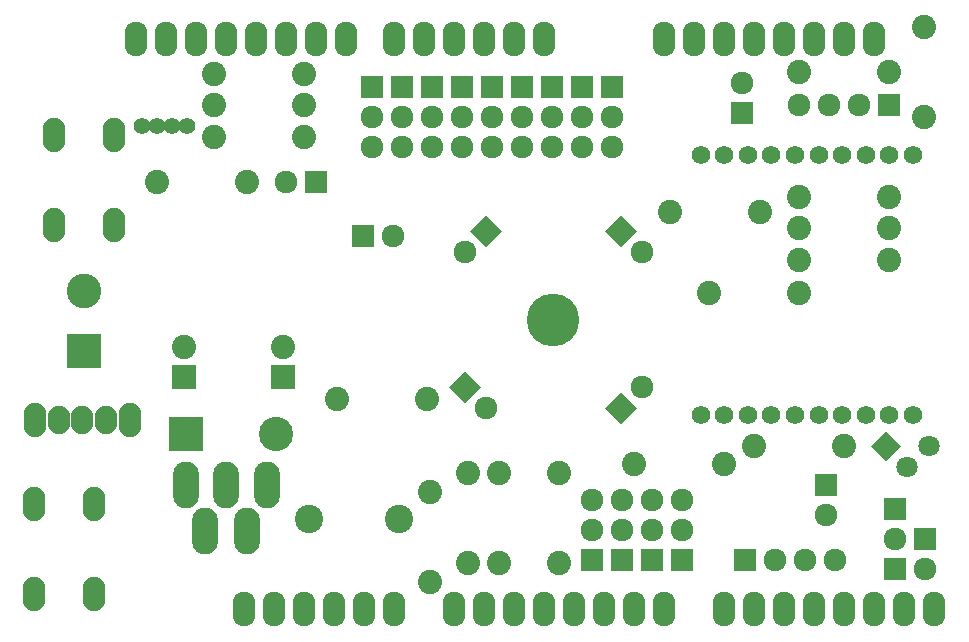
<source format=gbs>
G04 This is an RS-274x file exported by *
G04 gerbv version 2.6.0 *
G04 More information is available about gerbv at *
G04 http://gerbv.gpleda.org/ *
G04 --End of header info--*
%MOIN*%
%FSLAX34Y34*%
%IPPOS*%
G04 --Define apertures--*
%ADD10C,0.0039*%
%ADD11O,0.0757X0.1157*%
%ADD12R,0.1142X0.1142*%
%ADD13C,0.1142*%
%ADD14R,0.1157X0.1157*%
%ADD15C,0.1157*%
%ADD16C,0.0807*%
%ADD17R,0.0757X0.0757*%
%ADD18C,0.0757*%
%ADD19R,0.0807X0.0807*%
%ADD20O,0.0748X0.1142*%
%ADD21O,0.0748X0.0945*%
%ADD22C,0.0551*%
%ADD23C,0.0944*%
%ADD24O,0.0862X0.1567*%
%ADD25C,0.0617*%
%ADD26C,0.1757*%
%ADD27C,0.0707*%
G04 --Start main section--*
G54D11*
G01X0041780Y-009570D03*
G01X0042780Y-009570D03*
G01X0043780Y-009570D03*
G01X0044780Y-009570D03*
G01X0045780Y-009570D03*
G01X0046780Y-009570D03*
G01X0047780Y-009570D03*
G01X0048780Y-009570D03*
G01X0050780Y-028570D03*
G01X0049780Y-028570D03*
G01X0048780Y-028570D03*
G01X0047780Y-028570D03*
G01X0043780Y-028570D03*
G01X0041780Y-028570D03*
G01X0040780Y-028570D03*
G01X0044780Y-028570D03*
G01X0045780Y-028570D03*
G01X0046780Y-028570D03*
G01X0039780Y-028570D03*
G01X0038780Y-028570D03*
G01X0037780Y-028570D03*
G01X0034780Y-028570D03*
G01X0035780Y-028570D03*
G01X0036780Y-028570D03*
G01X0032780Y-028570D03*
G01X0031780Y-028570D03*
G01X0030780Y-028570D03*
G01X0028780Y-028570D03*
G01X0027780Y-028570D03*
G01X0037780Y-009570D03*
G01X0036780Y-009570D03*
G01X0035780Y-009570D03*
G01X0034780Y-009570D03*
G01X0033780Y-009570D03*
G01X0032780Y-009570D03*
G01X0031180Y-009570D03*
G01X0030180Y-009570D03*
G01X0029180Y-009570D03*
G01X0028180Y-009570D03*
G01X0027180Y-009570D03*
G01X0026180Y-009570D03*
G01X0025180Y-009570D03*
G01X0024180Y-009570D03*
G01X0029780Y-028570D03*
G54D12*
G01X0025830Y-022720D03*
G54D13*
G01X0028830Y-022720D03*
G54D14*
G01X0022430Y-019970D03*
G54D15*
G01X0022430Y-017970D03*
G54D16*
G01X0030880Y-021570D03*
G01X0033880Y-021570D03*
G01X0029780Y-010720D03*
G01X0026780Y-010720D03*
G01X0029780Y-011770D03*
G01X0026780Y-011770D03*
G01X0029780Y-012820D03*
G01X0026780Y-012820D03*
G01X0033980Y-024670D03*
G01X0033980Y-027670D03*
G01X0035230Y-027020D03*
G01X0035230Y-024020D03*
G01X0038280Y-027020D03*
G01X0038280Y-024020D03*
G01X0041980Y-015320D03*
G01X0044980Y-015320D03*
G01X0036280Y-027020D03*
G01X0036280Y-024020D03*
G54D17*
G01X0039380Y-026920D03*
G54D18*
G01X0039380Y-025920D03*
G01X0039380Y-024920D03*
G54D17*
G01X0040380Y-026920D03*
G54D18*
G01X0040380Y-025920D03*
G01X0040380Y-024920D03*
G54D17*
G01X0030180Y-014320D03*
G54D18*
G01X0029180Y-014320D03*
G54D17*
G01X0032030Y-011170D03*
G54D18*
G01X0032030Y-012170D03*
G01X0032030Y-013170D03*
G54D17*
G01X0033030Y-011170D03*
G54D18*
G01X0033030Y-012170D03*
G01X0033030Y-013170D03*
G54D17*
G01X0034030Y-011170D03*
G54D18*
G01X0034030Y-012170D03*
G01X0034030Y-013170D03*
G54D17*
G01X0035030Y-011170D03*
G54D18*
G01X0035030Y-012170D03*
G01X0035030Y-013170D03*
G54D17*
G01X0036030Y-011170D03*
G54D18*
G01X0036030Y-012170D03*
G01X0036030Y-013170D03*
G54D17*
G01X0041380Y-026920D03*
G54D18*
G01X0041380Y-025920D03*
G01X0041380Y-024920D03*
G54D17*
G01X0042380Y-026920D03*
G54D18*
G01X0042380Y-025920D03*
G01X0042380Y-024920D03*
G54D17*
G01X0049280Y-011770D03*
G54D18*
G01X0048280Y-011770D03*
G01X0047280Y-011770D03*
G01X0046280Y-011770D03*
G54D16*
G01X0050430Y-012170D03*
G01X0050430Y-009170D03*
G01X0049280Y-010670D03*
G01X0046280Y-010670D03*
G54D17*
G01X0037030Y-011170D03*
G54D18*
G01X0037030Y-012170D03*
G01X0037030Y-013170D03*
G54D17*
G01X0038030Y-011170D03*
G54D18*
G01X0038030Y-012170D03*
G01X0038030Y-013170D03*
G54D17*
G01X0039030Y-011170D03*
G54D18*
G01X0039030Y-012170D03*
G01X0039030Y-013170D03*
G54D17*
G01X0040030Y-011170D03*
G54D18*
G01X0040030Y-012170D03*
G01X0040030Y-013170D03*
G54D17*
G01X0047180Y-024420D03*
G54D18*
G01X0047180Y-025420D03*
G54D19*
G01X0029080Y-020820D03*
G54D16*
G01X0029080Y-019820D03*
G54D20*
G01X0020780Y-025070D03*
G01X0022780Y-025070D03*
G01X0020780Y-028070D03*
G01X0022780Y-028070D03*
G01X0021430Y-012770D03*
G01X0023430Y-012770D03*
G01X0021430Y-015770D03*
G01X0023430Y-015770D03*
G54D19*
G01X0025780Y-020820D03*
G54D16*
G01X0025780Y-019820D03*
G54D21*
G01X0021592Y-022270D03*
G01X0022380Y-022270D03*
G01X0023167Y-022270D03*
G54D20*
G01X0023954Y-022270D03*
G01X0020805Y-022270D03*
G54D22*
G01X0024380Y-012470D03*
G01X0024880Y-012470D03*
G01X0025380Y-012470D03*
G01X0025880Y-012470D03*
G54D23*
G01X0032930Y-025570D03*
G01X0029930Y-025570D03*
G54D17*
G01X0044380Y-012020D03*
G54D18*
G01X0044380Y-011020D03*
G54D16*
G01X0049280Y-015870D03*
G01X0046280Y-015870D03*
G01X0049280Y-016920D03*
G01X0046280Y-016920D03*
G01X0046280Y-014820D03*
G01X0049280Y-014820D03*
G01X0027880Y-014320D03*
G01X0024880Y-014320D03*
G54D24*
G01X0028530Y-024420D03*
G01X0027880Y-025970D03*
G01X0027180Y-024420D03*
G01X0026480Y-025970D03*
G01X0025830Y-024420D03*
G54D25*
G01X0050073Y-013439D03*
G01X0049285Y-013440D03*
G01X0048498Y-013440D03*
G01X0047711Y-013440D03*
G01X0046923Y-013440D03*
G01X0046137Y-013440D03*
G01X0045349Y-013440D03*
G01X0044562Y-013440D03*
G01X0043775Y-013440D03*
G01X0042987Y-013440D03*
G01X0042987Y-022100D03*
G01X0043775Y-022100D03*
G01X0044562Y-022100D03*
G01X0045349Y-022100D03*
G01X0046137Y-022100D03*
G01X0046923Y-022100D03*
G01X0047711Y-022100D03*
G01X0048498Y-022100D03*
G01X0049285Y-022100D03*
G01X0050073Y-022100D03*
G54D10*
G36*
G01X0034590Y-021166D02*
G01X0035126Y-020630D01*
G01X0035662Y-021166D01*
G01X0035126Y-021702D01*
G01X0034590Y-021166D01*
G01X0034590Y-021166D01*
G37*
G54D18*
G01X0035833Y-021873D03*
G54D10*
G36*
G01X0040326Y-022409D02*
G01X0039790Y-021873D01*
G01X0040326Y-021337D01*
G01X0040862Y-021873D01*
G01X0040326Y-022409D01*
G01X0040326Y-022409D01*
G37*
G54D18*
G01X0041033Y-021166D03*
G54D10*
G36*
G01X0039790Y-015966D02*
G01X0040326Y-015430D01*
G01X0040862Y-015966D01*
G01X0040326Y-016502D01*
G01X0039790Y-015966D01*
G01X0039790Y-015966D01*
G37*
G54D18*
G01X0041033Y-016673D03*
G54D10*
G36*
G01X0035833Y-015430D02*
G01X0036369Y-015966D01*
G01X0035833Y-016502D01*
G01X0035297Y-015966D01*
G01X0035833Y-015430D01*
G01X0035833Y-015430D01*
G37*
G54D18*
G01X0035126Y-016673D03*
G54D26*
G01X0038080Y-018920D03*
G54D17*
G01X0031730Y-016120D03*
G54D18*
G01X0032730Y-016120D03*
G54D10*
G36*
G01X0049673Y-023120D02*
G01X0049172Y-023620D01*
G01X0048672Y-023120D01*
G01X0049172Y-022619D01*
G01X0049673Y-023120D01*
G01X0049673Y-023120D01*
G37*
G54D27*
G01X0049880Y-023827D03*
G01X0050587Y-023120D03*
G54D16*
G01X0047780Y-023120D03*
G01X0044780Y-023120D03*
G01X0040780Y-023720D03*
G01X0043780Y-023720D03*
G01X0043280Y-018020D03*
G01X0046280Y-018020D03*
G54D17*
G01X0044480Y-026920D03*
G54D18*
G01X0045480Y-026920D03*
G01X0046480Y-026920D03*
G01X0047480Y-026920D03*
G54D17*
G01X0050480Y-026220D03*
G54D18*
G01X0049480Y-026220D03*
G54D17*
G01X0049480Y-027220D03*
G54D18*
G01X0050480Y-027220D03*
G54D17*
G01X0049480Y-025220D03*
M02*

</source>
